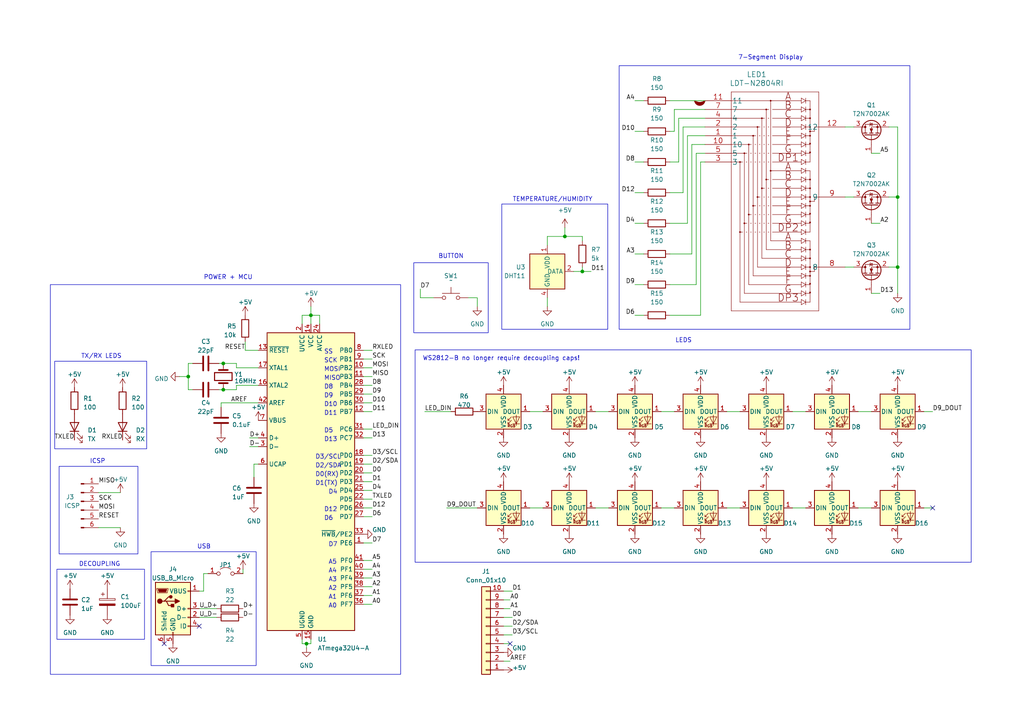
<source format=kicad_sch>
(kicad_sch (version 20231120) (generator "eeschema") (generator_version "8.0")
  (paper "A4")
  (title_block (date "2024-03-17") (rev "v1"))
  (lib_symbols
    (symbol "+5V_1" (power) (pin_numbers hide) (pin_names (offset 0) hide)
      (property "Value" "+5V" (at 0 3.556 0))
      (symbol "+5V_1_1_1"
        (pin power_in line (at 0 0 90) (length 0) (name "~") (number "1"))
      )
    )
    (symbol "Connector:Conn_01x06_Pin" (pin_names (offset 1.016) hide)
      (property "Reference" "J" (at 0 7.62 0))
      (property "Value" "Conn_01x06_Pin" (at 0 -10.16 0))
      (symbol "Conn_01x06_Pin_1_1"
        (pin passive line (at 5.08 5.08 180) (length 3.81) (name "Pin_1") (number "1"))
        (pin passive line (at 5.08 2.54 180) (length 3.81) (name "Pin_2") (number "2"))
        (pin passive line (at 5.08 0 180) (length 3.81) (name "Pin_3") (number "3"))
        (pin passive line (at 5.08 -2.54 180) (length 3.81) (name "Pin_4") (number "4"))
        (pin passive line (at 5.08 -5.08 180) (length 3.81) (name "Pin_5") (number "5"))
        (pin passive line (at 5.08 -7.62 180) (length 3.81) (name "Pin_6") (number "6"))
      )
    )
    (symbol "Connector:USB_B_Micro" (pin_names (offset 1.016))
      (property "Reference" "J" (at -5.08 11.43 0))
      (property "Value" "USB_B_Micro" (at -5.08 8.89 0))
      (symbol "USB_B_Micro_1_1"
        (pin power_out line (at 7.62 5.08 180) (length 2.54) (name "VBUS") (number "1"))
        (pin bidirectional line (at 7.62 -2.54 180) (length 2.54) (name "D-") (number "2"))
        (pin bidirectional line (at 7.62 0 180) (length 2.54) (name "D+") (number "3"))
        (pin passive line (at 7.62 -5.08 180) (length 2.54) (name "ID") (number "4"))
        (pin power_out line (at 0 -10.16 90) (length 2.54) (name "GND") (number "5"))
        (pin passive line (at -2.54 -10.16 90) (length 2.54) (name "Shield") (number "6"))
      )
    )
    (symbol "Connector_Generic:Conn_01x10" (pin_names (offset 1.016) hide)
      (property "Reference" "J" (at 0 12.7 0))
      (property "Value" "Conn_01x10" (at 0 -15.24 0))
      (symbol "Conn_01x10_1_1"
        (pin passive line (at -5.08 10.16 0) (length 3.81) (name "Pin_1") (number "1"))
        (pin passive line (at -5.08 -12.7 0) (length 3.81) (name "Pin_10") (number "10"))
        (pin passive line (at -5.08 7.62 0) (length 3.81) (name "Pin_2") (number "2"))
        (pin passive line (at -5.08 5.08 0) (length 3.81) (name "Pin_3") (number "3"))
        (pin passive line (at -5.08 2.54 0) (length 3.81) (name "Pin_4") (number "4"))
        (pin passive line (at -5.08 0 0) (length 3.81) (name "Pin_5") (number "5"))
        (pin passive line (at -5.08 -2.54 0) (length 3.81) (name "Pin_6") (number "6"))
        (pin passive line (at -5.08 -5.08 0) (length 3.81) (name "Pin_7") (number "7"))
        (pin passive line (at -5.08 -7.62 0) (length 3.81) (name "Pin_8") (number "8"))
        (pin passive line (at -5.08 -10.16 0) (length 3.81) (name "Pin_9") (number "9"))
      )
    )
    (symbol "Device:C" (pin_numbers hide) (pin_names (offset 0.254))
      (property "Reference" "C" (at 0.635 2.54 0))
      (property "Value" "C" (at 0.635 -2.54 0))
      (symbol "C_1_1"
        (pin passive line (at 0 3.81 270) (length 2.794) (name "~") (number "1"))
        (pin passive line (at 0 -3.81 90) (length 2.794) (name "~") (number "2"))
      )
    )
    (symbol "Device:C_Polarized" (pin_numbers hide) (pin_names (offset 0.254))
      (property "Reference" "C" (at 0.635 2.54 0))
      (property "Value" "C_Polarized" (at 0.635 -2.54 0))
      (symbol "C_Polarized_1_1"
        (pin passive line (at 0 3.81 270) (length 2.794) (name "~") (number "1"))
        (pin passive line (at 0 -3.81 90) (length 2.794) (name "~") (number "2"))
      )
    )
    (symbol "Device:Crystal" (pin_numbers hide) (pin_names (offset 1.016) hide)
      (property "Reference" "Y" (at 0 3.81 0))
      (property "Value" "Crystal" (at 0 -3.81 0))
      (symbol "Crystal_1_1"
        (pin passive line (at -3.81 0 0) (length 1.27) (name "1") (number "1"))
        (pin passive line (at 3.81 0 180) (length 1.27) (name "2") (number "2"))
      )
    )
    (symbol "Device:LED" (pin_numbers hide) (pin_names (offset 1.016) hide)
      (property "Reference" "D" (at 0 2.54 0))
      (property "Value" "LED" (at 0 -2.54 0))
      (symbol "LED_1_1"
        (pin passive line (at -3.81 0 0) (length 2.54) (name "K") (number "1"))
        (pin passive line (at 3.81 0 180) (length 2.54) (name "A") (number "2"))
      )
    )
    (symbol "Device:R" (pin_numbers hide) (pin_names (offset 0))
      (property "Reference" "R" (at 2.032 0 90))
      (property "Value" "R" (at 0 0 90))
      (symbol "R_1_1"
        (pin passive line (at 0 3.81 270) (length 1.27) (name "~") (number "1"))
        (pin passive line (at 0 -3.81 90) (length 1.27) (name "~") (number "2"))
      )
    )
    (symbol "GND_1" (power) (pin_numbers hide) (pin_names (offset 0) hide)
      (property "Value" "GND" (at 0 -3.81 0))
      (symbol "GND_1_1_1"
        (pin power_in line (at 0 0 270) (length 0) (name "~") (number "1"))
      )
    )
    (symbol "GND_2" (power) (pin_numbers hide) (pin_names (offset 0) hide)
      (property "Value" "GND" (at 0 -3.81 0))
      (symbol "GND_2_1_1"
        (pin power_in line (at 0 0 270) (length 0) (name "~") (number "1"))
      )
    )
    (symbol "GND_3" (power) (pin_numbers hide) (pin_names (offset 0) hide)
      (property "Value" "GND" (at 0 -3.81 0))
      (symbol "GND_3_1_1"
        (pin power_in line (at 0 0 270) (length 0) (name "~") (number "1"))
      )
    )
    (symbol "Jumper:Jumper_2_Open" (pin_names (offset 0) hide)
      (property "Reference" "JP" (at 0 2.794 0))
      (property "Value" "Jumper_2_Open" (at 0 -2.286 0))
      (symbol "Jumper_2_Open_1_1"
        (pin passive line (at -5.08 0 0) (length 2.54) (name "A") (number "1"))
        (pin passive line (at 5.08 0 180) (length 2.54) (name "B") (number "2"))
      )
    )
    (symbol "LDT-N2804RI:LED_3DIG_11PIN_COMMONK" (pin_names (offset 0.254))
      (property "Reference" "LED" (at 20.32 7.62 0))
      (property "Value" "LED_3DIG_11PIN_COMMONK" (at 20.32 5.08 0))
      (symbol "LED_3DIG_11PIN_COMMONK_0_0"
        (text "A" (at 24.13 -39.37 0) (effects (font (size 2.0828 2.0828))))
        (text "A" (at 24.13 -19.05 0) (effects (font (size 2.0828 2.0828))))
        (text "A" (at 24.13 1.27 0) (effects (font (size 2.0828 2.0828))))
        (text "B" (at 24.13 -41.91 0) (effects (font (size 2.0828 2.0828))))
        (text "B" (at 24.13 -21.59 0) (effects (font (size 2.0828 2.0828))))
        (text "B" (at 24.13 -1.27 0) (effects (font (size 2.0828 2.0828))))
        (text "C" (at 24.13 -44.45 0) (effects (font (size 2.0828 2.0828))))
        (text "C" (at 24.13 -24.13 0) (effects (font (size 2.0828 2.0828))))
        (text "C" (at 24.13 -3.81 0) (effects (font (size 2.0828 2.0828))))
        (text "D" (at 24.13 -46.99 0) (effects (font (size 2.0828 2.0828))))
        (text "D" (at 24.13 -26.67 0) (effects (font (size 2.0828 2.0828))))
        (text "D" (at 24.13 -6.35 0) (effects (font (size 2.0828 2.0828))))
        (text "DP1" (at 24.13 -16.51 0) (effects (font (size 2.0828 2.0828))))
        (text "DP2" (at 24.13 -36.83 0) (effects (font (size 2.0828 2.0828))))
        (text "DP3" (at 24.13 -57.15 0) (effects (font (size 2.0828 2.0828))))
        (text "E" (at 24.13 -49.53 0) (effects (font (size 2.0828 2.0828))))
        (text "E" (at 24.13 -29.21 0) (effects (font (size 2.0828 2.0828))))
        (text "E" (at 24.13 -8.89 0) (effects (font (size 2.0828 2.0828))))
        (text "F" (at 24.13 -52.07 0) (effects (font (size 2.0828 2.0828))))
        (text "F" (at 24.13 -31.75 0) (effects (font (size 2.0828 2.0828))))
        (text "F" (at 24.13 -11.43 0) (effects (font (size 2.0828 2.0828))))
        (text "G" (at 24.13 -54.61 0) (effects (font (size 2.0828 2.0828))))
        (text "G" (at 24.13 -34.29 0) (effects (font (size 2.0828 2.0828))))
        (text "G" (at 24.13 -13.97 0) (effects (font (size 2.0828 2.0828))))
      )
      (symbol "LED_3DIG_11PIN_COMMONK_1_1"
        (pin unspecified line (at 0 -10.16 0) (length 7.62) (name "1") (number "1"))
        (pin unspecified line (at 0 -12.7 0) (length 7.62) (name "10") (number "10"))
        (pin unspecified line (at 0 0 0) (length 7.62) (name "11") (number "11"))
        (pin unspecified line (at 40.64 -7.62 180) (length 7.62) (name "12") (number "12"))
        (pin unspecified line (at 0 -7.62 0) (length 7.62) (name "2") (number "2"))
        (pin unspecified line (at 0 -17.78 0) (length 7.62) (name "3") (number "3"))
        (pin unspecified line (at 0 -5.08 0) (length 7.62) (name "4") (number "4"))
        (pin unspecified line (at 0 -15.24 0) (length 7.62) (name "5") (number "5"))
        (pin unspecified line (at 0 -2.54 0) (length 7.62) (name "7") (number "7"))
        (pin unspecified line (at 40.64 -48.26 180) (length 7.62) (name "8") (number "8"))
        (pin unspecified line (at 40.64 -27.94 180) (length 7.62) (name "9") (number "9"))
      )
    )
    (symbol "LED:SK6812MINI" (pin_names (offset 0.254))
      (property "Reference" "D" (at 5.08 5.715 0))
      (property "Value" "SK6812MINI" (at 1.27 -5.715 0))
      (symbol "SK6812MINI_0_0"
        (text "RGB" (at 2.286 -4.191 0) (effects (font (size 0.762 0.762))))
      )
      (symbol "SK6812MINI_1_1"
        (pin output line (at 7.62 0 180) (length 2.54) (name "DOUT") (number "1"))
        (pin power_in line (at 0 -7.62 90) (length 2.54) (name "VSS") (number "2"))
        (pin input line (at -7.62 0 0) (length 2.54) (name "DIN") (number "3"))
        (pin power_in line (at 0 7.62 270) (length 2.54) (name "VDD") (number "4"))
      )
    )
    (symbol "MCU_Microchip_ATmega:ATmega32U4-A"
      (property "Reference" "U" (at -12.7 44.45 0))
      (property "Value" "ATmega32U4-A" (at 2.54 -44.45 0))
      (symbol "ATmega32U4-A_1_1"
        (pin bidirectional line (at 15.24 -17.78 180) (length 2.54) (name "PE6") (number "1"))
        (pin bidirectional line (at 15.24 33.02 180) (length 2.54) (name "PB2") (number "10"))
        (pin bidirectional line (at 15.24 30.48 180) (length 2.54) (name "PB3") (number "11"))
        (pin bidirectional line (at 15.24 20.32 180) (length 2.54) (name "PB7") (number "12"))
        (pin input line (at -15.24 38.1 0) (length 2.54) (name "~{RESET}") (number "13"))
        (pin power_in line (at 0 45.72 270) (length 2.54) (name "VCC") (number "14"))
        (pin power_in line (at 0 -45.72 90) (length 2.54) (name "GND") (number "15"))
        (pin output line (at -15.24 27.94 0) (length 2.54) (name "XTAL2") (number "16"))
        (pin input line (at -15.24 33.02 0) (length 2.54) (name "XTAL1") (number "17"))
        (pin bidirectional line (at 15.24 7.62 180) (length 2.54) (name "PD0") (number "18"))
        (pin bidirectional line (at 15.24 5.08 180) (length 2.54) (name "PD1") (number "19"))
        (pin power_in line (at -2.54 45.72 270) (length 2.54) (name "UVCC") (number "2"))
        (pin bidirectional line (at 15.24 2.54 180) (length 2.54) (name "PD2") (number "20"))
        (pin bidirectional line (at 15.24 0 180) (length 2.54) (name "PD3") (number "21"))
        (pin bidirectional line (at 15.24 -5.08 180) (length 2.54) (name "PD5") (number "22"))
        (pin passive line (at 0 -45.72 90) (length 2.54) hide (name "GND") (number "23"))
        (pin power_in line (at 2.54 45.72 270) (length 2.54) (name "AVCC") (number "24"))
        (pin bidirectional line (at 15.24 -2.54 180) (length 2.54) (name "PD4") (number "25"))
        (pin bidirectional line (at 15.24 -7.62 180) (length 2.54) (name "PD6") (number "26"))
        (pin bidirectional line (at 15.24 -10.16 180) (length 2.54) (name "PD7") (number "27"))
        (pin bidirectional line (at 15.24 27.94 180) (length 2.54) (name "PB4") (number "28"))
        (pin bidirectional line (at 15.24 25.4 180) (length 2.54) (name "PB5") (number "29"))
        (pin bidirectional line (at -15.24 10.16 0) (length 2.54) (name "D-") (number "3"))
        (pin bidirectional line (at 15.24 22.86 180) (length 2.54) (name "PB6") (number "30"))
        (pin bidirectional line (at 15.24 15.24 180) (length 2.54) (name "PC6") (number "31"))
        (pin bidirectional line (at 15.24 12.7 180) (length 2.54) (name "PC7") (number "32"))
        (pin bidirectional line (at 15.24 -15.24 180) (length 2.54) (name "~{HWB}/PE2") (number "33"))
        (pin passive line (at 0 45.72 270) (length 2.54) hide (name "VCC") (number "34"))
        (pin passive line (at 0 -45.72 90) (length 2.54) hide (name "GND") (number "35"))
        (pin bidirectional line (at 15.24 -35.56 180) (length 2.54) (name "PF7") (number "36"))
        (pin bidirectional line (at 15.24 -33.02 180) (length 2.54) (name "PF6") (number "37"))
        (pin bidirectional line (at 15.24 -30.48 180) (length 2.54) (name "PF5") (number "38"))
        (pin bidirectional line (at 15.24 -27.94 180) (length 2.54) (name "PF4") (number "39"))
        (pin bidirectional line (at -15.24 12.7 0) (length 2.54) (name "D+") (number "4"))
        (pin bidirectional line (at 15.24 -25.4 180) (length 2.54) (name "PF1") (number "40"))
        (pin bidirectional line (at 15.24 -22.86 180) (length 2.54) (name "PF0") (number "41"))
        (pin passive line (at -15.24 22.86 0) (length 2.54) (name "AREF") (number "42"))
        (pin passive line (at 0 -45.72 90) (length 2.54) hide (name "GND") (number "43"))
        (pin passive line (at 2.54 45.72 270) (length 2.54) hide (name "AVCC") (number "44"))
        (pin passive line (at -2.54 -45.72 90) (length 2.54) (name "UGND") (number "5"))
        (pin passive line (at -15.24 5.08 0) (length 2.54) (name "UCAP") (number "6"))
        (pin input line (at -15.24 17.78 0) (length 2.54) (name "VBUS") (number "7"))
        (pin bidirectional line (at 15.24 38.1 180) (length 2.54) (name "PB0") (number "8"))
        (pin bidirectional line (at 15.24 35.56 180) (length 2.54) (name "PB1") (number "9"))
      )
    )
    (symbol "Sensor:DHT11"
      (property "Reference" "U" (at -3.81 6.35 0))
      (property "Value" "DHT11" (at 3.81 6.35 0))
      (symbol "DHT11_1_1"
        (pin power_in line (at 0 7.62 270) (length 2.54) (name "VDD") (number "1"))
        (pin bidirectional line (at 7.62 0 180) (length 2.54) (name "DATA") (number "2"))
        (pin no_connect line (at -5.08 0 0) (length 2.54) hide (name "NC") (number "3"))
        (pin power_in line (at 0 -7.62 90) (length 2.54) (name "GND") (number "4"))
      )
    )
    (symbol "Switch:SW_Push" (pin_numbers hide) (pin_names (offset 1.016) hide)
      (property "Reference" "SW" (at 1.27 2.54 0))
      (property "Value" "SW_Push" (at 0 -1.524 0))
      (symbol "SW_Push_0_1"
        (pin passive line (at -5.08 0 0) (length 2.54) (name "1") (number "1"))
        (pin passive line (at 5.08 0 180) (length 2.54) (name "2") (number "2"))
      )
    )
    (symbol "Transistor_FET:T2N7002AK" (pin_names hide)
      (property "Reference" "Q" (at 5.08 1.905 0))
      (property "Value" "T2N7002AK" (at 5.08 0 0))
      (symbol "T2N7002AK_1_1"
        (pin input line (at -5.08 0 0) (length 2.54) (name "G") (number "1"))
        (pin passive line (at 2.54 -5.08 90) (length 2.54) (name "S") (number "2"))
        (pin passive line (at 2.54 5.08 270) (length 2.54) (name "D") (number "3"))
      )
    )
    (symbol "power:+5V" (power) (pin_names (offset 0))
      (property "Value" "+5V" (at 0 3.556 0))
      (symbol "+5V_1_1"
        (pin power_in line (at 0 0 90) (length 0) hide (name "+5V") (number "1"))
      )
    )
    (symbol "power:GND" (power) (pin_names (offset 0))
      (property "Value" "GND" (at 0 -3.81 0))
      (symbol "GND_1_1"
        (pin power_in line (at 0 0 270) (length 0) hide (name "GND") (number "1"))
      )
    )
  )
  (junction (at 54.61 109.22))
  (junction (at 163.83 68.58))
  (junction (at 168.91 78.74))
  (junction (at 64.77 105.41))
  (junction (at 90.17 91.44))
  (junction (at 64.77 113.03))
  (junction (at 260.35 77.47))
  (junction (at 260.35 57.15))
  (junction (at 88.9 186.69))
  (no_connect (at 57.785 181.61))
  (no_connect (at 270.51 147.32))
  (no_connect (at 147.955 186.69))
  (no_connect (at 47.625 186.69))
  (wire (pts (xy 146.05 171.45) (xy 148.59 171.45)))
  (wire (pts (xy 105.41 137.16) (xy 107.95 137.16)))
  (wire (pts (xy 138.43 86.36) (xy 135.89 86.36)))
  (wire (pts (xy 105.41 132.08) (xy 107.95 132.08)))
  (wire (pts (xy 184.15 82.55) (xy 186.69 82.55)))
  (wire (pts (xy 194.31 29.21) (xy 204.47 29.21)))
  (wire (pts (xy 63.5 105.41) (xy 64.77 105.41)))
  (wire (pts (xy 105.41 116.84) (xy 107.95 116.84)))
  (wire (pts (xy 260.35 57.15) (xy 260.35 77.47)))
  (wire (pts (xy 229.87 119.38) (xy 233.68 119.38)))
  (wire (pts (xy 200.66 41.91) (xy 204.47 41.91)))
  (wire (pts (xy 105.41 101.6) (xy 107.95 101.6)))
  (wire (pts (xy 63.5 113.03) (xy 64.77 113.03)))
  (wire (pts (xy 87.63 185.42) (xy 87.63 186.69)))
  (wire (pts (xy 199.39 64.77) (xy 199.39 39.37)))
  (wire (pts (xy 194.31 91.44) (xy 203.2 91.44)))
  (wire (pts (xy 248.92 147.32) (xy 252.73 147.32)))
  (wire (pts (xy 64.135 116.84) (xy 74.93 116.84)))
  (wire (pts (xy 68.58 111.76) (xy 68.58 113.03)))
  (wire (pts (xy 105.41 104.14) (xy 107.95 104.14)))
  (wire (pts (xy 105.41 111.76) (xy 107.95 111.76)))
  (wire (pts (xy 105.41 167.64) (xy 107.95 167.64)))
  (wire (pts (xy 107.95 106.68) (xy 105.41 106.68)))
  (wire (pts (xy 146.05 186.69) (xy 147.955 186.69)))
  (wire (pts (xy 255.27 64.77) (xy 252.73 64.77)))
  (wire (pts (xy 146.05 184.15) (xy 148.59 184.15)))
  (wire (pts (xy 105.41 124.46) (xy 107.95 124.46)))
  (wire (pts (xy 105.41 134.62) (xy 107.95 134.62)))
  (wire (pts (xy 199.39 39.37) (xy 204.47 39.37)))
  (wire (pts (xy 247.65 36.83) (xy 245.11 36.83)))
  (wire (pts (xy 74.93 106.68) (xy 68.58 106.68)))
  (wire (pts (xy 54.61 113.03) (xy 55.88 113.03)))
  (wire (pts (xy 146.05 173.99) (xy 147.955 173.99)))
  (wire (pts (xy 191.77 147.32) (xy 195.58 147.32)))
  (wire (pts (xy 163.83 68.58) (xy 168.91 68.58)))
  (wire (pts (xy 146.05 191.77) (xy 147.955 191.77)))
  (wire (pts (xy 59.055 166.37) (xy 59.055 171.45)))
  (wire (pts (xy 54.61 105.41) (xy 54.61 109.22)))
  (wire (pts (xy 172.72 147.32) (xy 176.53 147.32)))
  (wire (pts (xy 200.66 73.66) (xy 200.66 41.91)))
  (wire (pts (xy 163.83 66.04) (xy 163.83 68.58)))
  (wire (pts (xy 260.35 36.83) (xy 260.35 57.15)))
  (wire (pts (xy 105.41 175.26) (xy 107.95 175.26)))
  (wire (pts (xy 260.35 57.15) (xy 257.81 57.15)))
  (wire (pts (xy 34.925 153.035) (xy 28.575 153.035)))
  (wire (pts (xy 105.41 127) (xy 107.95 127)))
  (wire (pts (xy 171.45 78.74) (xy 168.91 78.74)))
  (wire (pts (xy 105.41 165.1) (xy 107.95 165.1)))
  (wire (pts (xy 90.17 186.69) (xy 88.9 186.69)))
  (wire (pts (xy 267.97 147.32) (xy 270.51 147.32)))
  (wire (pts (xy 105.41 142.24) (xy 107.95 142.24)))
  (wire (pts (xy 158.75 68.58) (xy 163.83 68.58)))
  (wire (pts (xy 184.15 29.21) (xy 186.69 29.21)))
  (wire (pts (xy 72.39 127) (xy 74.93 127)))
  (wire (pts (xy 210.82 147.32) (xy 214.63 147.32)))
  (wire (pts (xy 168.91 77.47) (xy 168.91 78.74)))
  (wire (pts (xy 73.66 134.62) (xy 74.93 134.62)))
  (wire (pts (xy 105.41 144.78) (xy 107.95 144.78)))
  (wire (pts (xy 59.055 171.45) (xy 57.785 171.45)))
  (wire (pts (xy 198.12 55.88) (xy 198.12 36.83)))
  (wire (pts (xy 255.27 44.45) (xy 252.73 44.45)))
  (wire (pts (xy 68.58 105.41) (xy 64.77 105.41)))
  (wire (pts (xy 107.95 147.32) (xy 105.41 147.32)))
  (wire (pts (xy 62.865 176.53) (xy 57.785 176.53)))
  (wire (pts (xy 123.19 119.38) (xy 130.81 119.38)))
  (wire (pts (xy 194.31 38.1) (xy 195.58 38.1)))
  (wire (pts (xy 68.58 113.03) (xy 64.77 113.03)))
  (wire (pts (xy 184.15 55.88) (xy 186.69 55.88)))
  (wire (pts (xy 90.17 91.44) (xy 90.17 88.9)))
  (wire (pts (xy 62.865 179.07) (xy 57.785 179.07)))
  (wire (pts (xy 105.41 172.72) (xy 107.95 172.72)))
  (wire (pts (xy 87.63 186.69) (xy 88.9 186.69)))
  (wire (pts (xy 68.58 106.68) (xy 68.58 105.41)))
  (wire (pts (xy 194.31 55.88) (xy 198.12 55.88)))
  (wire (pts (xy 90.17 91.44) (xy 90.17 93.98)))
  (wire (pts (xy 201.93 82.55) (xy 201.93 44.45)))
  (wire (pts (xy 153.67 147.32) (xy 157.48 147.32)))
  (wire (pts (xy 92.71 93.98) (xy 92.71 91.44)))
  (wire (pts (xy 184.15 91.44) (xy 186.69 91.44)))
  (wire (pts (xy 105.41 119.38) (xy 107.95 119.38)))
  (wire (pts (xy 210.82 119.38) (xy 214.63 119.38)))
  (wire (pts (xy 105.41 170.18) (xy 107.95 170.18)))
  (wire (pts (xy 195.58 38.1) (xy 195.58 31.75)))
  (wire (pts (xy 107.95 149.86) (xy 105.41 149.86)))
  (wire (pts (xy 194.31 46.99) (xy 196.85 46.99)))
  (wire (pts (xy 257.81 77.47) (xy 260.35 77.47)))
  (wire (pts (xy 87.63 91.44) (xy 90.17 91.44)))
  (wire (pts (xy 247.65 57.15) (xy 245.11 57.15)))
  (wire (pts (xy 153.67 119.38) (xy 157.48 119.38)))
  (wire (pts (xy 72.39 129.54) (xy 74.93 129.54)))
  (wire (pts (xy 71.12 99.06) (xy 71.12 101.6)))
  (wire (pts (xy 70.485 165.1) (xy 70.485 166.37)))
  (wire (pts (xy 146.05 179.07) (xy 148.59 179.07)))
  (wire (pts (xy 88.9 186.69) (xy 88.9 187.96)))
  (wire (pts (xy 194.31 82.55) (xy 201.93 82.55)))
  (wire (pts (xy 203.2 46.99) (xy 204.47 46.99)))
  (wire (pts (xy 198.12 36.83) (xy 204.47 36.83)))
  (wire (pts (xy 194.31 64.77) (xy 199.39 64.77)))
  (wire (pts (xy 168.91 68.58) (xy 168.91 69.85)))
  (wire (pts (xy 71.12 101.6) (xy 74.93 101.6)))
  (wire (pts (xy 60.325 166.37) (xy 59.055 166.37)))
  (wire (pts (xy 146.05 176.53) (xy 147.955 176.53)))
  (wire (pts (xy 191.77 119.38) (xy 195.58 119.38)))
  (wire (pts (xy 105.41 114.3) (xy 107.95 114.3)))
  (wire (pts (xy 54.61 109.22) (xy 52.07 109.22)))
  (wire (pts (xy 125.73 86.36) (xy 121.92 86.36)))
  (wire (pts (xy 195.58 31.75) (xy 204.47 31.75)))
  (wire (pts (xy 168.91 78.74) (xy 166.37 78.74)))
  (wire (pts (xy 248.92 119.38) (xy 252.73 119.38)))
  (wire (pts (xy 129.54 147.32) (xy 138.43 147.32)))
  (wire (pts (xy 194.31 73.66) (xy 200.66 73.66)))
  (wire (pts (xy 34.925 142.875) (xy 28.575 142.875)))
  (wire (pts (xy 105.41 109.22) (xy 107.95 109.22)))
  (wire (pts (xy 146.05 181.61) (xy 148.59 181.61)))
  (wire (pts (xy 184.15 64.77) (xy 186.69 64.77)))
  (wire (pts (xy 54.61 109.22) (xy 54.61 113.03)))
  (wire (pts (xy 267.97 119.38) (xy 270.51 119.38)))
  (wire (pts (xy 196.85 34.29) (xy 204.47 34.29)))
  (wire (pts (xy 247.65 77.47) (xy 245.11 77.47)))
  (wire (pts (xy 107.95 157.48) (xy 105.41 157.48)))
  (wire (pts (xy 138.43 88.9) (xy 138.43 86.36)))
  (wire (pts (xy 64.135 116.84) (xy 64.135 118.11)))
  (wire (pts (xy 105.41 162.56) (xy 107.95 162.56)))
  (wire (pts (xy 196.85 46.99) (xy 196.85 34.29)))
  (wire (pts (xy 172.72 119.38) (xy 176.53 119.38)))
  (wire (pts (xy 121.92 83.82) (xy 121.92 86.36)))
  (wire (pts (xy 92.71 91.44) (xy 90.17 91.44)))
  (wire (pts (xy 90.17 185.42) (xy 90.17 186.69)))
  (wire (pts (xy 158.75 88.9) (xy 158.75 86.36)))
  (wire (pts (xy 54.61 105.41) (xy 55.88 105.41)))
  (wire (pts (xy 184.15 46.99) (xy 186.69 46.99)))
  (wire (pts (xy 201.93 44.45) (xy 204.47 44.45)))
  (wire (pts (xy 229.87 147.32) (xy 233.68 147.32)))
  (wire (pts (xy 74.93 111.76) (xy 68.58 111.76)))
  (wire (pts (xy 255.27 85.09) (xy 252.73 85.09)))
  (wire (pts (xy 260.35 36.83) (xy 257.81 36.83)))
  (wire (pts (xy 105.41 139.7) (xy 107.95 139.7)))
  (wire (pts (xy 158.75 68.58) (xy 158.75 71.12)))
  (wire (pts (xy 73.66 138.43) (xy 73.66 134.62)))
  (wire (pts (xy 260.35 85.09) (xy 260.35 77.47)))
  (wire (pts (xy 203.2 91.44) (xy 203.2 46.99)))
  (wire (pts (xy 184.15 38.1) (xy 186.69 38.1)))
  (wire (pts (xy 87.63 93.98) (xy 87.63 91.44)))
  (wire (pts (xy 184.15 73.66) (xy 186.69 73.66)))
  (rectangle (start 145.542 59.182) (end 176.276 95.504))
  (rectangle (start 120.396 101.473) (end 281.686 163.068))
  (rectangle (start 15.875 104.775) (end 42.545 130.175))
  (rectangle (start 14.605 82.55) (end 116.205 195.58))
  (rectangle (start 179.578 19.05) (end 263.906 95.504))
  (rectangle (start 16.51 165.1) (end 41.91 185.42))
  (rectangle (start 17.145 135.255) (end 40.005 160.655))
  (rectangle (start 120.015 76.2) (end 141.605 96.52))
  (rectangle (start 43.815 160.02) (end 74.295 193.04))
  (text "MOSI" (at 93.98 107.95 0) (effects (font (size 1.27 1.27)) (justify left bottom)))
  (text "D4" (at 95.25 143.51 0) (effects (font (size 1.27 1.27)) (justify left bottom)))
  (text "A4" (at 95.25 166.37 0) (effects (font (size 1.27 1.27)) (justify left bottom)))
  (text "D2/SDA" (at 91.44 135.89 0) (effects (font (size 1.27 1.27)) (justify left bottom)))
  (text "LEDS" (at 195.834 99.568 0) (effects (font (size 1.27 1.27)) (justify left bottom)))
  (text "D8" (at 93.98 113.03 0) (effects (font (size 1.27 1.27)) (justify left bottom)))
  (text "BUTTON" (at 130.81 74.422 0) (effects (font (size 1.27 1.27))))
  (text "D11" (at 93.98 120.65 0) (effects (font (size 1.27 1.27)) (justify left bottom)))
  (text "D3/SCL" (at 91.44 133.35 0) (effects (font (size 1.27 1.27)) (justify left bottom)))
  (text "USB" (at 57.15 159.385 0) (effects (font (size 1.27 1.27)) (justify left bottom)))
  (text "D9" (at 93.98 115.57 0) (effects (font (size 1.27 1.27)) (justify left bottom)))
  (text "A2" (at 95.25 171.45 0) (effects (font (size 1.27 1.27)) (justify left bottom)))
  (text "DECOUPLING" (at 22.86 164.465 0) (effects (font (size 1.27 1.27)) (justify left bottom)))
  (text "D6" (at 93.98 151.13 0) (effects (font (size 1.27 1.27)) (justify left bottom)))
  (text "D1(TX)" (at 91.44 140.97 0) (effects (font (size 1.27 1.27)) (justify left bottom)))
  (text "A1" (at 95.25 173.99 0) (effects (font (size 1.27 1.27)) (justify left bottom)))
  (text "D13" (at 93.98 128.27 0) (effects (font (size 1.27 1.27)) (justify left bottom)))
  (text "D5" (at 93.98 125.73 0) (effects (font (size 1.27 1.27)) (justify left bottom)))
  (text "A0" (at 95.25 176.53 0) (effects (font (size 1.27 1.27)) (justify left bottom)))
  (text "WS2812-B no longer require decoupling caps!" (at 122.555 104.775 0) (effects (font (size 1.27 1.27)) (justify left bottom)))
  (text "MISO" (at 93.98 110.49 0) (effects (font (size 1.27 1.27)) (justify left bottom)))
  (text "D10" (at 93.98 118.11 0) (effects (font (size 1.27 1.27)) (justify left bottom)))
  (text "SS" (at 93.98 102.87 0) (effects (font (size 1.27 1.27)) (justify left bottom)))
  (text "A5" (at 95.25 163.83 0) (effects (font (size 1.27 1.27)) (justify left bottom)))
  (text "A3" (at 95.25 168.91 0) (effects (font (size 1.27 1.27)) (justify left bottom)))
  (text "POWER + MCU" (at 59.055 81.28 0) (effects (font (size 1.27 1.27)) (justify left bottom)))
  (text "TEMPERATURE/HUMIDITY" (at 160.274 57.912 0) (effects (font (size 1.27 1.27))))
  (text "TX/RX LEDS" (at 23.495 104.14 0) (effects (font (size 1.27 1.27)) (justify left bottom)))
  (text "ICSP" (at 26.035 134.62 0) (effects (font (size 1.27 1.27)) (justify left bottom)))
  (text "7-Segment Display" (at 223.52 16.764 0) (effects (font (size 1.27 1.27))))
  (text "SCK" (at 93.98 105.41 0) (effects (font (size 1.27 1.27)) (justify left bottom)))
  (text "D12" (at 93.98 148.59 0) (effects (font (size 1.27 1.27)) (justify left bottom)))
  (text "D0(RX)" (at 91.44 138.43 0) (effects (font (size 1.27 1.27)) (justify left bottom)))
  (text "D7" (at 95.25 158.75 0) (effects (font (size 1.27 1.27)) (justify left bottom)))
  (label "A5" (at 255.27 44.45 0))
  (label "A5" (at 107.95 162.56 0))
  (label "D3{slash}SCL" (at 148.59 184.15 0))
  (label "A4" (at 107.95 165.1 0))
  (label "D12" (at 107.95 147.32 0))
  (label "D6" (at 107.95 149.86 0))
  (label "SCK" (at 107.95 104.14 0))
  (label "D9_DOUT" (at 129.54 147.32 0))
  (label "TXLED" (at 21.59 127.635 180))
  (label "D-" (at 72.39 129.54 0))
  (label "D11" (at 171.45 78.74 0))
  (label "D1" (at 107.95 139.7 0))
  (label "AREF" (at 71.755 116.84 180))
  (label "A0" (at 107.95 175.26 0))
  (label "A4" (at 184.15 29.21 180))
  (label "D2{slash}SDA" (at 107.95 134.62 0))
  (label "LED_DIN" (at 107.95 124.46 0))
  (label "SCK" (at 28.575 145.415 0))
  (label "U_D-" (at 57.785 179.07 0))
  (label "D13" (at 255.27 85.09 0))
  (label "LED_DIN" (at 123.19 119.38 0))
  (label "RXLED" (at 35.56 127.635 180))
  (label "D10" (at 107.95 116.84 0))
  (label "A2" (at 255.27 64.77 0))
  (label "RESET" (at 71.12 101.6 180))
  (label "A2" (at 107.95 170.18 0))
  (label "D0" (at 107.95 137.16 0))
  (label "D0" (at 148.59 179.07 0))
  (label "D4" (at 107.95 142.24 0))
  (label "D13" (at 107.95 127 0))
  (label "A1" (at 147.955 176.53 0))
  (label "D9" (at 107.95 114.3 0))
  (label "D-" (at 70.485 179.07 0))
  (label "MOSI" (at 28.575 147.955 0))
  (label "D3{slash}SCL" (at 107.95 132.08 0))
  (label "TXLED" (at 107.95 144.78 0))
  (label "RXLED" (at 107.95 101.6 0))
  (label "A3" (at 184.15 73.66 180))
  (label "D9" (at 184.15 82.55 180))
  (label "D+" (at 70.485 176.53 0))
  (label "D12" (at 184.15 55.88 180))
  (label "A0" (at 147.955 173.99 0))
  (label "D9_DOUT" (at 270.51 119.38 0))
  (label "D7" (at 121.92 83.82 0))
  (label "D8" (at 184.15 46.99 180))
  (label "A1" (at 107.95 172.72 0))
  (label "RESET" (at 28.575 150.495 0))
  (label "D2{slash}SDA" (at 148.59 181.61 0))
  (label "MISO" (at 107.95 109.22 0))
  (label "MISO" (at 28.575 140.335 0))
  (label "D7" (at 107.95 157.48 0))
  (label "D+" (at 72.39 127 0))
  (label "D6" (at 184.15 91.44 180))
  (label "D4" (at 184.15 64.77 180))
  (label "D10" (at 184.15 38.1 180))
  (label "MOSI" (at 107.95 106.68 0))
  (label "U_D+" (at 57.785 176.53 0))
  (label "D1" (at 148.59 171.45 0))
  (label "D11" (at 107.95 119.38 0))
  (label "A3" (at 107.95 167.64 0))
  (label "AREF" (at 147.955 191.77 0))
  (label "D8" (at 107.95 111.76 0))
  (symbol (lib_id "Transistor_FET:T2N7002AK") (at 252.73 59.69 90) (unit 1)
    (property "Reference" "Q2" (at 252.73 50.8 90))
    (property "Value" "T2N7002AK" (at 252.73 53.34 90))
    (property "Footprint" "Package_TO_SOT_SMD:SOT-23" (effects (hide yes)))
    (property "Datasheet" "https://toshiba.semicon-storage.com/info/docget.jsp?did=29712&prodName=T2N7002AK" (effects (hide yes)))
    (property "Description" "60V Vds, 0.2A Id, N-Channel MOSFET, SOT-23" (effects (hide yes)))
  )
  (symbol (lib_id "power:+5V") (at 70.485 165.1 0) (unit 1)
    (property "Reference" "#PWR016" (effects (hide yes)))
    (property "Value" "+5V" (at 70.485 161.29 0))
  )
  (symbol (lib_id "power:GND") (at 165.1 127 0) (unit 1)
    (property "Reference" "#PWR024" (effects (hide yes)))
    (property "Value" "GND" (at 165.1 132.08 0))
  )
  (symbol (lib_id "power:+5V") (at 74.93 121.92 0) (unit 1)
    (property "Reference" "#PWR017" (effects (hide yes)))
    (property "Value" "+5V" (at 74.93 118.11 0))
  )
  (symbol (lib_id "Device:R") (at 66.675 179.07 270) (unit 1)
    (property "Reference" "R4" (at 66.675 182.88 90))
    (property "Value" "22" (at 66.675 185.42 90))
    (property "Footprint" "Resistor_SMD:R_0805_2012Metric_Pad1.20x1.40mm_HandSolder" (effects (hide yes)))
  )
  (symbol (lib_id "power:+5V") (at 184.15 111.76 0) (unit 1)
    (property "Reference" "#PWR03" (effects (hide yes)))
    (property "Value" "+5V" (at 184.15 107.95 0))
  )
  (symbol (lib_id "power:GND") (at 73.66 146.05 0) (unit 1)
    (property "Reference" "#PWR015" (effects (hide yes)))
    (property "Value" "GND" (at 73.66 151.13 0))
  )
  (symbol (lib_id "power:GND") (at 260.35 154.94 0) (unit 1)
    (property "Reference" "#PWR052" (effects (hide yes)))
    (property "Value" "GND" (at 260.35 160.02 0))
  )
  (symbol (lib_id "LED:SK6812MINI") (at 146.05 119.38 0) (unit 1)
    (property "Reference" "D3" (at 153.035 123.825 0))
    (property "Value" "SK6812MINI" (effects (hide yes)))
    (property "Footprint" "LED_SMD:LED_SK6812MINI_PLCC4_3.5x3.5mm_P1.75mm" (effects (hide yes)))
    (property "Datasheet" "https://cdn-shop.adafruit.com/product-files/2686/SK6812MINI_REV.01-1-2.pdf" (effects (hide yes)))
  )
  (symbol (lib_id "power:+5V") (at 146.05 139.7 0) (unit 1)
    (property "Reference" "#PWR031" (effects (hide yes)))
    (property "Value" "+5V" (at 146.05 135.89 0))
  )
  (symbol (lib_id "power:+5V") (at 90.17 88.9 0) (unit 1)
    (property "Reference" "#PWR046" (effects (hide yes)))
    (property "Value" "+5V" (at 90.17 85.09 0))
  )
  (symbol (lib_id "power:GND") (at 165.1 154.94 0) (unit 1)
    (property "Reference" "#PWR034" (effects (hide yes)))
    (property "Value" "GND" (at 165.1 160.02 0))
  )
  (symbol (lib_id "Device:R") (at 190.5 82.55 90) (unit 1)
    (property "Reference" "R14" (at 190.5 76.2 90))
    (property "Value" "150" (at 190.5 78.74 90))
    (property "Footprint" "Resistor_SMD:R_0805_2012Metric_Pad1.20x1.40mm_HandSolder" (effects (hide yes)))
    (property "Description" "Resistor" (effects (hide yes)))
  )
  (symbol (lib_id "MCU_Microchip_ATmega:ATmega32U4-A") (at 90.17 139.7 0) (unit 1)
    (property "Reference" "U1" (at 92.1259 185.42 0) (effects (justify left)))
    (property "Value" "ATmega32U4-A" (at 92.1259 187.96 0) (effects (justify left)))
    (property "Footprint" "Package_QFP:TQFP-44_10x10mm_P0.8mm" (effects (hide yes)))
    (property "Datasheet" "http://ww1.microchip.com/downloads/en/DeviceDoc/Atmel-7766-8-bit-AVR-ATmega16U4-32U4_Datasheet.pdf" (effects (hide yes)))
  )
  (symbol (lib_id "LED:SK6812MINI") (at 260.35 119.38 0) (unit 1)
    (property "Reference" "D9" (at 267.335 123.825 0))
    (property "Value" "SK6812MINI" (effects (hide yes)))
    (property "Footprint" "LED_SMD:LED_SK6812MINI_PLCC4_3.5x3.5mm_P1.75mm" (effects (hide yes)))
    (property "Datasheet" "https://cdn-shop.adafruit.com/product-files/2686/SK6812MINI_REV.01-1-2.pdf" (effects (hide yes)))
  )
  (symbol (lib_id "Device:R") (at 66.675 176.53 270) (unit 1)
    (property "Reference" "R3" (at 66.675 171.45 90))
    (property "Value" "22" (at 66.675 173.99 90))
    (property "Footprint" "Resistor_SMD:R_0805_2012Metric_Pad1.20x1.40mm_HandSolder" (effects (hide yes)))
  )
  (symbol (lib_id "power:+5V") (at 241.3 139.7 0) (unit 1)
    (property "Reference" "#PWR044" (effects (hide yes)))
    (property "Value" "+5V" (at 241.3 135.89 0))
  )
  (symbol (lib_id "Device:LED") (at 21.59 123.825 90) (unit 1)
    (property "Reference" "D1" (at 25.4 124.7775 90) (effects (justify right)))
    (property "Value" "TX" (at 25.4 127.3175 90) (effects (justify right)))
    (property "Footprint" "LED_SMD:LED_0805_2012Metric_Pad1.15x1.40mm_HandSolder" (effects (hide yes)))
  )
  (symbol (lib_id "Connector:Conn_01x06_Pin") (at 23.495 145.415 0) (unit 1)
    (property "Reference" "J3" (at 20.32 144.145 0))
    (property "Value" "ICSP" (at 20.955 146.685 0))
    (property "Footprint" "Connector_PinHeader_2.54mm:PinHeader_2x03_P2.54mm_Vertical" (effects (hide yes)))
  )
  (symbol (lib_id "power:GND") (at 20.32 178.435 0) (unit 1)
    (property "Reference" "#PWR08" (effects (hide yes)))
    (property "Value" "GND" (at 20.32 183.515 0))
  )
  (symbol (lib_id "power:+5V") (at 35.56 112.395 0) (unit 1)
    (property "Reference" "#PWR06" (effects (hide yes)))
    (property "Value" "+5V" (at 35.56 108.585 0))
  )
  (symbol (lib_id "Device:R") (at 168.91 73.66 0) (unit 1)
    (property "Reference" "R7" (at 171.45 72.3899 0) (effects (justify left)))
    (property "Value" "5k" (at 171.45 74.9299 0) (effects (justify left)))
    (property "Footprint" "Resistor_SMD:R_0805_2012Metric_Pad1.20x1.40mm_HandSolder" (effects (hide yes)))
    (property "Description" "Resistor" (effects (hide yes)))
  )
  (symbol (lib_id "power:GND") (at 241.3 154.94 0) (unit 1)
    (property "Reference" "#PWR050" (effects (hide yes)))
    (property "Value" "GND" (at 241.3 160.02 0))
  )
  (symbol (lib_id "LED:SK6812MINI") (at 146.05 147.32 0) (unit 1)
    (property "Reference" "D10" (at 153.035 151.765 0))
    (property "Value" "SK6812MINI" (effects (hide yes)))
    (property "Footprint" "LED_SMD:LED_SK6812MINI_PLCC4_3.5x3.5mm_P1.75mm" (effects (hide yes)))
    (property "Datasheet" "https://cdn-shop.adafruit.com/product-files/2686/SK6812MINI_REV.01-1-2.pdf" (effects (hide yes)))
  )
  (symbol (lib_id "Device:C") (at 73.66 142.24 0) (unit 1)
    (property "Reference" "C6" (at 67.31 141.605 0) (effects (justify left)))
    (property "Value" "1uF" (at 67.31 144.145 0) (effects (justify left)))
    (property "Footprint" "Capacitor_SMD:C_0805_2012Metric_Pad1.18x1.45mm_HandSolder" (effects (hide yes)))
  )
  (symbol (lib_id "power:+5V") (at 203.2 111.76 0) (unit 1)
    (property "Reference" "#PWR05" (effects (hide yes)))
    (property "Value" "+5V" (at 203.2 107.95 0))
  )
  (symbol (lib_id "power:GND") (at 52.07 109.22 270) (unit 1)
    (property "Reference" "#PWR09" (effects (hide yes)))
    (property "Value" "GND" (at 48.895 109.855 90) (effects (justify right)))
  )
  (symbol (lib_id "Device:Crystal") (at 64.77 109.22 270) (unit 1)
    (property "Reference" "Y1" (at 67.945 108.585 90) (effects (justify left)))
    (property "Value" "16MHz" (at 67.945 110.49 90) (effects (justify left)))
    (property "Footprint" "Crystal:Crystal_SMD_5032-2Pin_5.0x3.2mm" (effects (hide yes)))
  )
  (symbol (lib_name "GND_3") (lib_id "power:GND") (at 260.35 85.09 0) (unit 1)
    (property "Reference" "#PWR054" (effects (hide yes)))
    (property "Value" "GND" (at 260.35 90.17 0))
    (property "Description" "Power symbol creates a global label with name \"GND\" , ground" (effects (hide yes)))
  )
  (symbol (lib_id "power:+5V") (at 165.1 139.7 0) (unit 1)
    (property "Reference" "#PWR033" (effects (hide yes)))
    (property "Value" "+5V" (at 165.1 135.89 0))
  )
  (symbol (lib_id "Transistor_FET:T2N7002AK") (at 252.73 39.37 90) (unit 1)
    (property "Reference" "Q1" (at 252.73 30.48 90))
    (property "Value" "T2N7002AK" (at 252.73 33.02 90))
    (property "Footprint" "Package_TO_SOT_SMD:SOT-23" (effects (hide yes)))
    (property "Datasheet" "https://toshiba.semicon-storage.com/info/docget.jsp?did=29712&prodName=T2N7002AK" (effects (hide yes)))
    (property "Description" "60V Vds, 0.2A Id, N-Channel MOSFET, SOT-23" (effects (hide yes)))
  )
  (symbol (lib_id "power:+5V") (at 34.925 142.875 0) (unit 1)
    (property "Reference" "#PWR011" (effects (hide yes)))
    (property "Value" "+5V" (at 34.925 139.065 0))
  )
  (symbol (lib_id "Device:R") (at 190.5 38.1 90) (unit 1)
    (property "Reference" "R9" (at 190.5 31.75 90))
    (property "Value" "150" (at 190.5 34.29 90))
    (property "Footprint" "Resistor_SMD:R_0805_2012Metric_Pad1.20x1.40mm_HandSolder" (effects (hide yes)))
    (property "Description" "Resistor" (effects (hide yes)))
  )
  (symbol (lib_id "Device:LED") (at 35.56 123.825 90) (unit 1)
    (property "Reference" "D2" (at 39.37 124.7775 90) (effects (justify right)))
    (property "Value" "RX" (at 39.37 127.3175 90) (effects (justify right)))
    (property "Footprint" "LED_SMD:LED_0805_2012Metric_Pad1.15x1.40mm_HandSolder" (effects (hide yes)))
  )
  (symbol (lib_id "Device:R") (at 190.5 55.88 90) (unit 1)
    (property "Reference" "R11" (at 190.5 49.53 90))
    (property "Value" "150" (at 190.5 52.07 90))
    (property "Footprint" "Resistor_SMD:R_0805_2012Metric_Pad1.20x1.40mm_HandSolder" (effects (hide yes)))
    (property "Description" "Resistor" (effects (hide yes)))
  )
  (symbol (lib_id "Device:C") (at 20.32 174.625 0) (unit 1)
    (property "Reference" "C2" (at 23.495 173.99 0) (effects (justify left)))
    (property "Value" "1uF" (at 23.495 176.53 0) (effects (justify left)))
    (property "Footprint" "Capacitor_SMD:C_0805_2012Metric_Pad1.18x1.45mm_HandSolder" (effects (hide yes)))
  )
  (symbol (lib_name "+5V_1") (lib_id "power:+5V") (at 163.83 66.04 0) (unit 1)
    (property "Reference" "#PWR041" (effects (hide yes)))
    (property "Value" "+5V" (at 163.83 60.96 0))
    (property "Description" "Power symbol creates a global label with name \"+5V\"" (effects (hide yes)))
  )
  (symbol (lib_id "Device:R") (at 134.62 119.38 90) (unit 1)
    (property "Reference" "R6" (at 134.62 114.935 90))
    (property "Value" "470" (at 134.62 117.475 90))
    (property "Footprint" "Resistor_SMD:R_0805_2012Metric_Pad1.20x1.40mm_HandSolder" (effects (hide yes)))
  )
  (symbol (lib_id "power:+5V") (at 146.05 194.31 270) (unit 1)
    (property "Reference" "#PWR047" (effects (hide yes)))
    (property "Value" "+5V" (at 148.59 193.675 90) (effects (justify left)))
  )
  (symbol (lib_id "Sensor:DHT11") (at 158.75 78.74 0) (unit 1)
    (property "Reference" "U3" (at 152.4 77.4699 0) (effects (justify right)))
    (property "Value" "DHT11" (at 152.4 80.0099 0) (effects (justify right)))
    (property "Footprint" "Sensor:Aosong_DHT11_5.5x12.0_P2.54mm" (effects (hide yes)))
    (property "Datasheet" "http://akizukidenshi.com/download/ds/aosong/DHT11.pdf" (effects (hide yes)))
    (property "Description" "3.3V to 5.5V, temperature and humidity module, DHT11" (effects (hide yes)))
  )
  (symbol (lib_id "power:+5V") (at 203.2 139.7 0) (unit 1)
    (property "Reference" "#PWR037" (effects (hide yes)))
    (property "Value" "+5V" (at 203.2 135.89 0))
  )
  (symbol (lib_id "LED:SK6812MINI") (at 165.1 147.32 0) (unit 1)
    (property "Reference" "D11" (at 172.085 151.765 0))
    (property "Value" "SK6812MINI" (effects (hide yes)))
    (property "Footprint" "LED_SMD:LED_SK6812MINI_PLCC4_3.5x3.5mm_P1.75mm" (effects (hide yes)))
    (property "Datasheet" "https://cdn-shop.adafruit.com/product-files/2686/SK6812MINI_REV.01-1-2.pdf" (effects (hide yes)))
  )
  (symbol (lib_id "power:GND") (at 34.925 153.035 0) (unit 1)
    (property "Reference" "#PWR012" (effects (hide yes)))
    (property "Value" "GND" (at 34.925 158.115 0))
  )
  (symbol (lib_id "LED:SK6812MINI") (at 165.1 119.38 0) (unit 1)
    (property "Reference" "D4" (at 172.085 123.825 0))
    (property "Value" "SK6812MINI" (effects (hide yes)))
    (property "Footprint" "LED_SMD:LED_SK6812MINI_PLCC4_3.5x3.5mm_P1.75mm" (effects (hide yes)))
    (property "Datasheet" "https://cdn-shop.adafruit.com/product-files/2686/SK6812MINI_REV.01-1-2.pdf" (effects (hide yes)))
  )
  (symbol (lib_id "power:GND") (at 222.25 154.94 0) (unit 1)
    (property "Reference" "#PWR040" (effects (hide yes)))
    (property "Value" "GND" (at 222.25 160.02 0))
  )
  (symbol (lib_id "power:GND") (at 105.41 154.94 90) (unit 1)
    (property "Reference" "#PWR020" (effects (hide yes)))
    (property "Value" "GND" (at 107.95 153.67 90) (effects (justify right)))
  )
  (symbol (lib_id "power:GND") (at 222.25 127 0) (unit 1)
    (property "Reference" "#PWR026" (effects (hide yes)))
    (property "Value" "GND" (at 222.25 132.08 0))
  )
  (symbol (lib_id "LED:SK6812MINI") (at 203.2 119.38 0) (unit 1)
    (property "Reference" "D6" (at 210.185 123.825 0))
    (property "Value" "SK6812MINI" (effects (hide yes)))
    (property "Footprint" "LED_SMD:LED_SK6812MINI_PLCC4_3.5x3.5mm_P1.75mm" (effects (hide yes)))
    (property "Datasheet" "https://cdn-shop.adafruit.com/product-files/2686/SK6812MINI_REV.01-1-2.pdf" (effects (hide yes)))
  )
  (symbol (lib_id "Device:R") (at 35.56 116.205 180) (unit 1)
    (property "Reference" "R2" (at 38.1 115.57 0) (effects (justify right)))
    (property "Value" "100" (at 38.1 118.11 0) (effects (justify right)))
    (property "Footprint" "Resistor_SMD:R_0805_2012Metric_Pad1.20x1.40mm_HandSolder" (effects (hide yes)))
  )
  (symbol (lib_id "Device:C") (at 59.69 113.03 270) (unit 1)
    (property "Reference" "C4" (at 59.69 116.84 90))
    (property "Value" "22pF" (at 59.69 119.38 90))
    (property "Footprint" "Capacitor_SMD:C_0805_2012Metric_Pad1.18x1.45mm_HandSolder" (effects (hide yes)))
  )
  (symbol (lib_id "LED:SK6812MINI") (at 184.15 147.32 0) (unit 1)
    (property "Reference" "D12" (at 191.135 151.765 0))
    (property "Value" "SK6812MINI" (effects (hide yes)))
    (property "Footprint" "LED_SMD:LED_SK6812MINI_PLCC4_3.5x3.5mm_P1.75mm" (effects (hide yes)))
    (property "Datasheet" "https://cdn-shop.adafruit.com/product-files/2686/SK6812MINI_REV.01-1-2.pdf" (effects (hide yes)))
  )
  (symbol (lib_id "power:GND") (at 184.15 154.94 0) (unit 1)
    (property "Reference" "#PWR036" (effects (hide yes)))
    (property "Value" "GND" (at 184.15 160.02 0))
  )
  (symbol (lib_id "power:+5V") (at 71.12 91.44 0) (unit 1)
    (property "Reference" "#PWR014" (effects (hide yes)))
    (property "Value" "+5V" (at 71.12 87.63 0))
  )
  (symbol (lib_id "Connector:USB_B_Micro") (at 50.165 176.53 0) (unit 1)
    (property "Reference" "J4" (at 50.165 165.1 0))
    (property "Value" "USB_B_Micro" (at 50.165 167.64 0))
    (property "Footprint" "Connector_USB:USB_Micro-B_GCT_USB3076-30-A" (effects (hide yes)))
  )
  (symbol (lib_id "Device:R") (at 71.12 95.25 0) (unit 1)
    (property "Reference" "R5" (at 68.58 94.615 0) (effects (justify right)))
    (property "Value" "10k" (at 68.58 97.155 0) (effects (justify right)))
    (property "Footprint" "Resistor_SMD:R_0805_2012Metric_Pad1.20x1.40mm_HandSolder" (effects (hide yes)))
  )
  (symbol (lib_id "power:+5V") (at 222.25 111.76 0) (unit 1)
    (property "Reference" "#PWR025" (effects (hide yes)))
    (property "Value" "+5V" (at 222.25 107.95 0))
  )
  (symbol (lib_id "power:GND") (at 88.9 187.96 0) (unit 1)
    (property "Reference" "#PWR018" (effects (hide yes)))
    (property "Value" "GND" (at 88.9 193.04 0))
  )
  (symbol (lib_id "Switch:SW_Push") (at 130.81 86.36 0) (unit 1)
    (property "Reference" "SW1" (at 130.81 80.01 0))
    (property "Value" "~" (at 130.81 81.28 0))
    (property "Footprint" "Button_Switch_SMD:SW_SPST_PTS647_Sx38" (effects (hide yes)))
    (property "Description" "Push button switch, generic, two pins" (effects (hide yes)))
  )
  (symbol (lib_id "Device:R") (at 21.59 116.205 180) (unit 1)
    (property "Reference" "R1" (at 24.13 115.57 0) (effects (justify right)))
    (property "Value" "100" (at 24.13 118.11 0) (effects (justify right)))
    (property "Footprint" "Resistor_SMD:R_0805_2012Metric_Pad1.20x1.40mm_HandSolder" (effects (hide yes)))
  )
  (symbol (lib_id "power:GND") (at 203.2 127 0) (unit 1)
    (property "Reference" "#PWR022" (effects (hide yes)))
    (property "Value" "GND" (at 203.2 132.08 0))
  )
  (symbol (lib_id "Device:R") (at 190.5 46.99 90) (unit 1)
    (property "Reference" "R10" (at 190.5 40.64 90))
    (property "Value" "150" (at 190.5 43.18 90))
    (property "Footprint" "Resistor_SMD:R_0805_2012Metric_Pad1.20x1.40mm_HandSolder" (effects (hide yes)))
    (property "Description" "Resistor" (effects (hide yes)))
  )
  (symbol (lib_id "power:GND") (at 64.135 125.73 0) (unit 1)
    (property "Reference" "#PWR013" (effects (hide yes)))
    (property "Value" "GND" (at 64.135 130.81 0))
  )
  (symbol (lib_id "power:+5V") (at 146.05 111.76 0) (unit 1)
    (property "Reference" "#PWR021" (effects (hide yes)))
    (property "Value" "+5V" (at 146.05 107.95 0))
  )
  (symbol (lib_id "LED:SK6812MINI") (at 222.25 147.32 0) (unit 1)
    (property "Reference" "D14" (at 229.235 151.765 0))
    (property "Value" "SK6812MINI" (effects (hide yes)))
    (property "Footprint" "LED_SMD:LED_SK6812MINI_PLCC4_3.5x3.5mm_P1.75mm" (effects (hide yes)))
    (property "Datasheet" "https://cdn-shop.adafruit.com/product-files/2686/SK6812MINI_REV.01-1-2.pdf" (effects (hide yes)))
  )
  (symbol (lib_id "power:GND") (at 50.165 186.69 0) (unit 1)
    (property "Reference" "#PWR010" (effects (hide yes)))
    (property "Value" "GND" (at 50.165 191.77 0))
  )
  (symbol (lib_id "Device:C") (at 64.135 121.92 0) (unit 1)
    (property "Reference" "C5" (at 67.31 120.65 0) (effects (justify left)))
    (property "Value" "0.1uF" (at 67.31 123.19 0) (effects (justify left)))
    (property "Footprint" "Capacitor_SMD:C_0805_2012Metric_Pad1.18x1.45mm_HandSolder" (effects (hide yes)))
  )
  (symbol (lib_id "power:GND") (at 146.05 154.94 0) (unit 1)
    (property "Reference" "#PWR032" (effects (hide yes)))
    (property "Value" "GND" (at 146.05 160.02 0))
  )
  (symbol (lib_id "power:GND") (at 184.15 127 0) (unit 1)
    (property "Reference" "#PWR04" (effects (hide yes)))
    (property "Value" "GND" (at 184.15 132.08 0))
  )
  (symbol (lib_id "power:GND") (at 146.05 189.23 90) (unit 1)
    (property "Reference" "#PWR048" (effects (hide yes)))
    (property "Value" "GND" (at 148.59 187.96 90) (effects (justify right)))
  )
  (symbol (lib_id "Jumper:Jumper_2_Open") (at 65.405 166.37 0) (unit 1)
    (property "Reference" "JP1" (at 65.405 163.83 0))
    (property "Value" "Jumper_2_Open" (effects (hide yes)))
    (property "Footprint" "Jumper:SolderJumper-2_P1.3mm_Open_TrianglePad1.0x1.5mm" (effects (hide yes)))
  )
  (symbol (lib_id "power:GND") (at 203.2 154.94 0) (unit 1)
    (property "Reference" "#PWR038" (effects (hide yes)))
    (property "Value" "GND" (at 203.2 160.02 0))
  )
  (symbol (lib_id "power:+5V") (at 20.32 170.815 0) (unit 1)
    (property "Reference" "#PWR07" (effects (hide yes)))
    (property "Value" "+5V" (at 20.32 167.005 0))
  )
  (symbol (lib_id "power:GND") (at 260.35 127 0) (unit 1)
    (property "Reference" "#PWR030" (effects (hide yes)))
    (property "Value" "GND" (at 260.35 132.08 0))
  )
  (symbol (lib_id "power:+5V") (at 165.1 111.76 0) (unit 1)
    (property "Reference" "#PWR02" (effects (hide yes)))
    (property "Value" "+5V" (at 165.1 107.95 0))
  )
  (symbol (lib_id "power:+5V") (at 184.15 139.7 0) (unit 1)
    (property "Reference" "#PWR035" (effects (hide yes)))
    (property "Value" "+5V" (at 184.15 135.89 0))
  )
  (symbol (lib_id "power:GND") (at 31.115 178.435 0) (unit 1)
    (property "Reference" "#PWR045" (effects (hide yes)))
    (property "Value" "GND" (at 31.115 183.515 0))
  )
  (symbol (lib_id "Device:R") (at 190.5 29.21 90) (unit 1)
    (property "Reference" "R8" (at 190.5 22.86 90))
    (property "Value" "150" (at 190.5 25.4 90))
    (property "Footprint" "Resistor_SMD:R_0805_2012Metric_Pad1.20x1.40mm_HandSolder" (effects (hide yes)))
    (property "Description" "Resistor" (effects (hide yes)))
  )
  (symbol (lib_id "Device:R") (at 190.5 73.66 90) (unit 1)
    (property "Reference" "R13" (at 190.5 67.31 90))
    (property "Value" "150" (at 190.5 69.85 90))
    (property "Footprint" "Resistor_SMD:R_0805_2012Metric_Pad1.20x1.40mm_HandSolder" (effects (hide yes)))
    (property "Description" "Resistor" (effects (hide yes)))
  )
  (symbol (lib_id "power:+5V") (at 222.25 139.7 0) (unit 1)
    (property "Reference" "#PWR039" (effects (hide yes)))
    (property "Value" "+5V" (at 222.25 135.89 0))
  )
  (symbol (lib_id "power:+5V") (at 260.35 139.7 0) (unit 1)
    (property "Reference" "#PWR051" (effects (hide yes)))
    (property "Value" "+5V" (at 260.35 135.89 0))
  )
  (symbol (lib_id "Device:R") (at 190.5 64.77 90) (unit 1)
    (property "Reference" "R12" (at 190.5 58.42 90))
    (property "Value" "150" (at 190.5 60.96 90))
    (property "Footprint" "Resistor_SMD:R_0805_2012Metric_Pad1.20x1.40mm_HandSolder" (effects (hide yes)))
    (property "Description" "Resistor" (effects (hide yes)))
  )
  (symbol (lib_id "Device:C") (at 59.69 105.41 270) (unit 1)
    (property "Reference" "C3" (at 59.69 99.06 90))
    (property "Value" "22pF" (at 59.69 101.6 90))
    (property "Footprint" "Capacitor_SMD:C_0805_2012Metric_Pad1.18x1.45mm_HandSolder" (effects (hide yes)))
  )
  (symbol (lib_id "LED:SK6812MINI") (at 260.35 147.32 0) (unit 1)
    (property "Reference" "D16" (at 267.335 151.765 0))
    (property "Value" "SK6812MINI" (effects (hide yes)))
    (property "Footprint" "LED_SMD:LED_SK6812MINI_PLCC4_3.5x3.5mm_P1.75mm" (effects (hide yes)))
    (property "Datasheet" "https://cdn-shop.adafruit.com/product-files/2686/SK6812MINI_REV.01-1-2.pdf" (effects (hide yes)))
  )
  (symbol (lib_id "LED:SK6812MINI") (at 203.2 147.32 0) (unit 1)
    (property "Reference" "D13" (at 210.185 151.765 0))
    (property "Value" "SK6812MINI" (effects (hide yes)))
    (property "Footprint" "LED_SMD:LED_SK6812MINI_PLCC4_3.5x3.5mm_P1.75mm" (effects (hide yes)))
    (property "Datasheet" "https://cdn-shop.adafruit.com/product-files/2686/SK6812MINI_REV.01-1-2.pdf" (effects (hide yes)))
  )
  (symbol (lib_id "power:+5V") (at 21.59 112.395 0) (unit 1)
    (property "Reference" "#PWR01" (effects (hide yes)))
    (property "Value" "+5V" (at 21.59 108.585 0))
  )
  (symbol (lib_id "LED:SK6812MINI") (at 184.15 119.38 0) (unit 1)
    (property "Reference" "D5" (at 191.135 123.825 0))
    (property "Value" "SK6812MINI" (effects (hide yes)))
    (property "Footprint" "LED_SMD:LED_SK6812MINI_PLCC4_3.5x3.5mm_P1.75mm" (effects (hide yes)))
    (property "Datasheet" "https://cdn-shop.adafruit.com/product-files/2686/SK6812MINI_REV.01-1-2.pdf" (effects (hide yes)))
  )
  (symbol (lib_id "LED:SK6812MINI") (at 241.3 119.38 0) (unit 1)
    (property "Reference" "D8" (at 248.285 123.825 0))
    (property "Value" "SK6812MINI" (effects (hide yes)))
    (property "Footprint" "LED_SMD:LED_SK6812MINI_PLCC4_3.5x3.5mm_P1.75mm" (effects (hide yes)))
    (property "Datasheet" "https://cdn-shop.adafruit.com/product-files/2686/SK6812MINI_REV.01-1-2.pdf" (effects (hide yes)))
  )
  (symbol (lib_id "LED:SK6812MINI") (at 222.25 119.38 0) (unit 1)
    (property "Reference" "D7" (at 229.235 123.825 0))
    (property "Value" "SK6812MINI" (effects (hide yes)))
    (property "Footprint" "LED_SMD:LED_SK6812MINI_PLCC4_3.5x3.5mm_P1.75mm" (effects (hide yes)))
    (property "Datasheet" "https://cdn-shop.adafruit.com/product-files/2686/SK6812MINI_REV.01-1-2.pdf" (effects (hide yes)))
  )
  (symbol (lib_id "LDT-N2804RI:LED_3DIG_11PIN_COMMONK") (at 204.47 29.21 0) (unit 1)
    (property "Reference" "LED1" (at 219.4687 21.59 0) (effects (font (size 1.524 1.524))))
    (property "Value" "LDT-N2804RI" (at 219.4687 24.13 0) (effects (font (size 1.524 1.524))))
    (property "Footprint" "footprints:LDT-N2804RI" (effects (hide yes)))
  )
  (symbol (lib_id "Transistor_FET:T2N7002AK") (at 252.73 80.01 90) (unit 1)
    (property "Reference" "Q3" (at 252.73 71.12 90))
    (property "Value" "T2N7002AK" (at 252.73 73.66 90))
    (property "Footprint" "Package_TO_SOT_SMD:SOT-23" (effects (hide yes)))
    (property "Datasheet" "https://toshiba.semicon-storage.com/info/docget.jsp?did=29712&prodName=T2N7002AK" (effects (hide yes)))
    (property "Description" "60V Vds, 0.2A Id, N-Channel MOSFET, SOT-23" (effects (hide yes)))
  )
  (symbol (lib_id "power:+5V") (at 260.35 111.76 0) (unit 1)
    (property "Reference" "#PWR029" (effects (hide yes)))
    (property "Value" "+5V" (at 260.35 107.95 0))
  )
  (symbol (lib_id "Device:C_Polarized") (at 31.115 174.625 0) (unit 1)
    (property "Reference" "C1" (at 34.925 173.101 0) (effects (justify left)))
    (property "Value" "100uF" (at 34.925 175.641 0) (effects (justify left)))
    (property "Footprint" "Capacitor_SMD:CP_Elec_5x5.3" (effects (hide yes)))
  )
  (symbol (lib_id "LED:SK6812MINI") (at 241.3 147.32 0) (unit 1)
    (property "Reference" "D15" (at 248.285 151.765 0))
    (property "Value" "SK6812MINI" (effects (hide yes)))
    (property "Footprint" "LED_SMD:LED_SK6812MINI_PLCC4_3.5x3.5mm_P1.75mm" (effects (hide yes)))
    (property "Datasheet" "https://cdn-shop.adafruit.com/product-files/2686/SK6812MINI_REV.01-1-2.pdf" (effects (hide yes)))
  )
  (symbol (lib_name "GND_1") (lib_id "power:GND") (at 158.75 88.9 0) (unit 1)
    (property "Reference" "#PWR042" (effects (hide yes)))
    (property "Value" "GND" (at 158.75 93.98 0))
    (property "Description" "Power symbol creates a global label with name \"GND\" , ground" (effects (hide yes)))
  )
  (symbol (lib_id "power:GND") (at 146.05 127 0) (unit 1)
    (property "Reference" "#PWR023" (effects (hide yes)))
    (property "Value" "GND" (at 146.05 132.08 0))
  )
  (symbol (lib_id "Device:R") (at 190.5 91.44 90) (unit 1)
    (property "Reference" "R15" (at 190.5 85.09 90))
    (property "Value" "150" (at 190.5 87.63 90))
    (property "Footprint" "Resistor_SMD:R_0805_2012Metric_Pad1.20x1.40mm_HandSolder" (effects (hide yes)))
    (property "Description" "Resistor" (effects (hide yes)))
  )
  (symbol (lib_id "power:+5V") (at 31.115 170.815 0) (unit 1)
    (property "Reference" "#PWR019" (effects (hide yes)))
    (property "Value" "+5V" (at 31.115 167.005 0))
  )
  (symbol (lib_id "Connector_Generic:Conn_01x10") (at 140.97 184.15 180) (unit 1)
    (property "Reference" "J1" (at 140.97 165.735 0))
    (property "Value" "Conn_01x10" (at 140.97 168.275 0))
    (property "Footprint" "Connector_PinHeader_2.54mm:PinHeader_1x10_P2.54mm_Vertical" (effects (hide yes)))
  )
  (symbol (lib_id "power:GND") (at 241.3 127 0) (unit 1)
    (property "Reference" "#PWR028" (effects (hide yes)))
    (property "Value" "GND" (at 241.3 132.08 0))
  )
  (symbol (lib_name "GND_2") (lib_id "power:GND") (at 138.43 88.9 0) (unit 1)
    (property "Reference" "#PWR043" (effects (hide yes)))
    (property "Value" "GND" (at 138.43 93.98 0))
    (property "Description" "Power symbol creates a global label with name \"GND\" , ground" (effects (hide yes)))
  )
  (symbol (lib_id "power:+5V") (at 241.3 111.76 0) (unit 1)
    (property "Reference" "#PWR027" (effects (hide yes)))
    (property "Value" "+5V" (at 241.3 107.95 0))
  )
)
</source>
